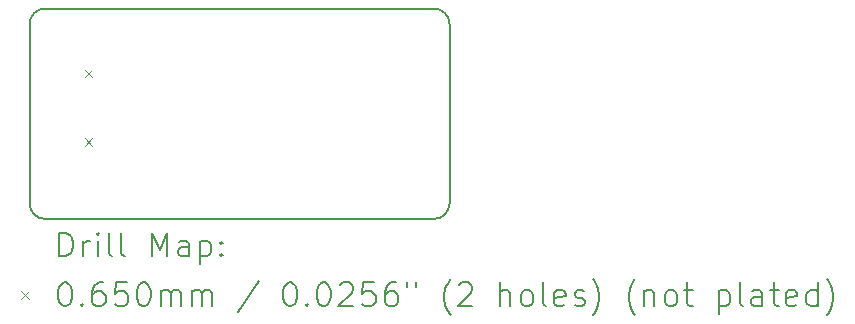
<source format=gbr>
%TF.GenerationSoftware,KiCad,Pcbnew,8.0.6*%
%TF.CreationDate,2024-11-11T10:15:46+01:00*%
%TF.ProjectId,V1,56312e6b-6963-4616-945f-706362585858,r0.1*%
%TF.SameCoordinates,Original*%
%TF.FileFunction,Drillmap*%
%TF.FilePolarity,Positive*%
%FSLAX45Y45*%
G04 Gerber Fmt 4.5, Leading zero omitted, Abs format (unit mm)*
G04 Created by KiCad (PCBNEW 8.0.6) date 2024-11-11 10:15:46*
%MOMM*%
%LPD*%
G01*
G04 APERTURE LIST*
%ADD10C,0.150000*%
%ADD11C,0.200000*%
%ADD12C,0.100000*%
G04 APERTURE END LIST*
D10*
X10130000Y-9110000D02*
X13426000Y-9110000D01*
X13556000Y-9240000D02*
X13556000Y-10760000D01*
X10000000Y-10760000D02*
X10000000Y-9240000D01*
X13426000Y-10890000D02*
X10130000Y-10890000D01*
X13556000Y-10760000D02*
G75*
G02*
X13426000Y-10890000I-130000J0D01*
G01*
X10000000Y-9240000D02*
G75*
G02*
X10130000Y-9110000I130000J0D01*
G01*
X10130000Y-10890000D02*
G75*
G02*
X10000000Y-10760000I0J130000D01*
G01*
X13426000Y-9110000D02*
G75*
G02*
X13556000Y-9240000I0J-130000D01*
G01*
D11*
D12*
X10467500Y-9628500D02*
X10532500Y-9693500D01*
X10532500Y-9628500D02*
X10467500Y-9693500D01*
X10467500Y-10206500D02*
X10532500Y-10271500D01*
X10532500Y-10206500D02*
X10467500Y-10271500D01*
D11*
X10253277Y-11208984D02*
X10253277Y-11008984D01*
X10253277Y-11008984D02*
X10300896Y-11008984D01*
X10300896Y-11008984D02*
X10329467Y-11018508D01*
X10329467Y-11018508D02*
X10348515Y-11037555D01*
X10348515Y-11037555D02*
X10358039Y-11056603D01*
X10358039Y-11056603D02*
X10367563Y-11094698D01*
X10367563Y-11094698D02*
X10367563Y-11123270D01*
X10367563Y-11123270D02*
X10358039Y-11161365D01*
X10358039Y-11161365D02*
X10348515Y-11180412D01*
X10348515Y-11180412D02*
X10329467Y-11199460D01*
X10329467Y-11199460D02*
X10300896Y-11208984D01*
X10300896Y-11208984D02*
X10253277Y-11208984D01*
X10453277Y-11208984D02*
X10453277Y-11075650D01*
X10453277Y-11113746D02*
X10462801Y-11094698D01*
X10462801Y-11094698D02*
X10472324Y-11085174D01*
X10472324Y-11085174D02*
X10491372Y-11075650D01*
X10491372Y-11075650D02*
X10510420Y-11075650D01*
X10577086Y-11208984D02*
X10577086Y-11075650D01*
X10577086Y-11008984D02*
X10567563Y-11018508D01*
X10567563Y-11018508D02*
X10577086Y-11028031D01*
X10577086Y-11028031D02*
X10586610Y-11018508D01*
X10586610Y-11018508D02*
X10577086Y-11008984D01*
X10577086Y-11008984D02*
X10577086Y-11028031D01*
X10700896Y-11208984D02*
X10681848Y-11199460D01*
X10681848Y-11199460D02*
X10672324Y-11180412D01*
X10672324Y-11180412D02*
X10672324Y-11008984D01*
X10805658Y-11208984D02*
X10786610Y-11199460D01*
X10786610Y-11199460D02*
X10777086Y-11180412D01*
X10777086Y-11180412D02*
X10777086Y-11008984D01*
X11034229Y-11208984D02*
X11034229Y-11008984D01*
X11034229Y-11008984D02*
X11100896Y-11151841D01*
X11100896Y-11151841D02*
X11167563Y-11008984D01*
X11167563Y-11008984D02*
X11167563Y-11208984D01*
X11348515Y-11208984D02*
X11348515Y-11104222D01*
X11348515Y-11104222D02*
X11338991Y-11085174D01*
X11338991Y-11085174D02*
X11319943Y-11075650D01*
X11319943Y-11075650D02*
X11281848Y-11075650D01*
X11281848Y-11075650D02*
X11262801Y-11085174D01*
X11348515Y-11199460D02*
X11329467Y-11208984D01*
X11329467Y-11208984D02*
X11281848Y-11208984D01*
X11281848Y-11208984D02*
X11262801Y-11199460D01*
X11262801Y-11199460D02*
X11253277Y-11180412D01*
X11253277Y-11180412D02*
X11253277Y-11161365D01*
X11253277Y-11161365D02*
X11262801Y-11142317D01*
X11262801Y-11142317D02*
X11281848Y-11132793D01*
X11281848Y-11132793D02*
X11329467Y-11132793D01*
X11329467Y-11132793D02*
X11348515Y-11123270D01*
X11443753Y-11075650D02*
X11443753Y-11275650D01*
X11443753Y-11085174D02*
X11462801Y-11075650D01*
X11462801Y-11075650D02*
X11500896Y-11075650D01*
X11500896Y-11075650D02*
X11519943Y-11085174D01*
X11519943Y-11085174D02*
X11529467Y-11094698D01*
X11529467Y-11094698D02*
X11538991Y-11113746D01*
X11538991Y-11113746D02*
X11538991Y-11170889D01*
X11538991Y-11170889D02*
X11529467Y-11189936D01*
X11529467Y-11189936D02*
X11519943Y-11199460D01*
X11519943Y-11199460D02*
X11500896Y-11208984D01*
X11500896Y-11208984D02*
X11462801Y-11208984D01*
X11462801Y-11208984D02*
X11443753Y-11199460D01*
X11624705Y-11189936D02*
X11634229Y-11199460D01*
X11634229Y-11199460D02*
X11624705Y-11208984D01*
X11624705Y-11208984D02*
X11615182Y-11199460D01*
X11615182Y-11199460D02*
X11624705Y-11189936D01*
X11624705Y-11189936D02*
X11624705Y-11208984D01*
X11624705Y-11085174D02*
X11634229Y-11094698D01*
X11634229Y-11094698D02*
X11624705Y-11104222D01*
X11624705Y-11104222D02*
X11615182Y-11094698D01*
X11615182Y-11094698D02*
X11624705Y-11085174D01*
X11624705Y-11085174D02*
X11624705Y-11104222D01*
D12*
X9927500Y-11505000D02*
X9992500Y-11570000D01*
X9992500Y-11505000D02*
X9927500Y-11570000D01*
D11*
X10291372Y-11428984D02*
X10310420Y-11428984D01*
X10310420Y-11428984D02*
X10329467Y-11438508D01*
X10329467Y-11438508D02*
X10338991Y-11448031D01*
X10338991Y-11448031D02*
X10348515Y-11467079D01*
X10348515Y-11467079D02*
X10358039Y-11505174D01*
X10358039Y-11505174D02*
X10358039Y-11552793D01*
X10358039Y-11552793D02*
X10348515Y-11590888D01*
X10348515Y-11590888D02*
X10338991Y-11609936D01*
X10338991Y-11609936D02*
X10329467Y-11619460D01*
X10329467Y-11619460D02*
X10310420Y-11628984D01*
X10310420Y-11628984D02*
X10291372Y-11628984D01*
X10291372Y-11628984D02*
X10272324Y-11619460D01*
X10272324Y-11619460D02*
X10262801Y-11609936D01*
X10262801Y-11609936D02*
X10253277Y-11590888D01*
X10253277Y-11590888D02*
X10243753Y-11552793D01*
X10243753Y-11552793D02*
X10243753Y-11505174D01*
X10243753Y-11505174D02*
X10253277Y-11467079D01*
X10253277Y-11467079D02*
X10262801Y-11448031D01*
X10262801Y-11448031D02*
X10272324Y-11438508D01*
X10272324Y-11438508D02*
X10291372Y-11428984D01*
X10443753Y-11609936D02*
X10453277Y-11619460D01*
X10453277Y-11619460D02*
X10443753Y-11628984D01*
X10443753Y-11628984D02*
X10434229Y-11619460D01*
X10434229Y-11619460D02*
X10443753Y-11609936D01*
X10443753Y-11609936D02*
X10443753Y-11628984D01*
X10624705Y-11428984D02*
X10586610Y-11428984D01*
X10586610Y-11428984D02*
X10567563Y-11438508D01*
X10567563Y-11438508D02*
X10558039Y-11448031D01*
X10558039Y-11448031D02*
X10538991Y-11476603D01*
X10538991Y-11476603D02*
X10529467Y-11514698D01*
X10529467Y-11514698D02*
X10529467Y-11590888D01*
X10529467Y-11590888D02*
X10538991Y-11609936D01*
X10538991Y-11609936D02*
X10548515Y-11619460D01*
X10548515Y-11619460D02*
X10567563Y-11628984D01*
X10567563Y-11628984D02*
X10605658Y-11628984D01*
X10605658Y-11628984D02*
X10624705Y-11619460D01*
X10624705Y-11619460D02*
X10634229Y-11609936D01*
X10634229Y-11609936D02*
X10643753Y-11590888D01*
X10643753Y-11590888D02*
X10643753Y-11543269D01*
X10643753Y-11543269D02*
X10634229Y-11524222D01*
X10634229Y-11524222D02*
X10624705Y-11514698D01*
X10624705Y-11514698D02*
X10605658Y-11505174D01*
X10605658Y-11505174D02*
X10567563Y-11505174D01*
X10567563Y-11505174D02*
X10548515Y-11514698D01*
X10548515Y-11514698D02*
X10538991Y-11524222D01*
X10538991Y-11524222D02*
X10529467Y-11543269D01*
X10824705Y-11428984D02*
X10729467Y-11428984D01*
X10729467Y-11428984D02*
X10719944Y-11524222D01*
X10719944Y-11524222D02*
X10729467Y-11514698D01*
X10729467Y-11514698D02*
X10748515Y-11505174D01*
X10748515Y-11505174D02*
X10796134Y-11505174D01*
X10796134Y-11505174D02*
X10815182Y-11514698D01*
X10815182Y-11514698D02*
X10824705Y-11524222D01*
X10824705Y-11524222D02*
X10834229Y-11543269D01*
X10834229Y-11543269D02*
X10834229Y-11590888D01*
X10834229Y-11590888D02*
X10824705Y-11609936D01*
X10824705Y-11609936D02*
X10815182Y-11619460D01*
X10815182Y-11619460D02*
X10796134Y-11628984D01*
X10796134Y-11628984D02*
X10748515Y-11628984D01*
X10748515Y-11628984D02*
X10729467Y-11619460D01*
X10729467Y-11619460D02*
X10719944Y-11609936D01*
X10958039Y-11428984D02*
X10977086Y-11428984D01*
X10977086Y-11428984D02*
X10996134Y-11438508D01*
X10996134Y-11438508D02*
X11005658Y-11448031D01*
X11005658Y-11448031D02*
X11015182Y-11467079D01*
X11015182Y-11467079D02*
X11024705Y-11505174D01*
X11024705Y-11505174D02*
X11024705Y-11552793D01*
X11024705Y-11552793D02*
X11015182Y-11590888D01*
X11015182Y-11590888D02*
X11005658Y-11609936D01*
X11005658Y-11609936D02*
X10996134Y-11619460D01*
X10996134Y-11619460D02*
X10977086Y-11628984D01*
X10977086Y-11628984D02*
X10958039Y-11628984D01*
X10958039Y-11628984D02*
X10938991Y-11619460D01*
X10938991Y-11619460D02*
X10929467Y-11609936D01*
X10929467Y-11609936D02*
X10919944Y-11590888D01*
X10919944Y-11590888D02*
X10910420Y-11552793D01*
X10910420Y-11552793D02*
X10910420Y-11505174D01*
X10910420Y-11505174D02*
X10919944Y-11467079D01*
X10919944Y-11467079D02*
X10929467Y-11448031D01*
X10929467Y-11448031D02*
X10938991Y-11438508D01*
X10938991Y-11438508D02*
X10958039Y-11428984D01*
X11110420Y-11628984D02*
X11110420Y-11495650D01*
X11110420Y-11514698D02*
X11119944Y-11505174D01*
X11119944Y-11505174D02*
X11138991Y-11495650D01*
X11138991Y-11495650D02*
X11167563Y-11495650D01*
X11167563Y-11495650D02*
X11186610Y-11505174D01*
X11186610Y-11505174D02*
X11196134Y-11524222D01*
X11196134Y-11524222D02*
X11196134Y-11628984D01*
X11196134Y-11524222D02*
X11205658Y-11505174D01*
X11205658Y-11505174D02*
X11224705Y-11495650D01*
X11224705Y-11495650D02*
X11253277Y-11495650D01*
X11253277Y-11495650D02*
X11272324Y-11505174D01*
X11272324Y-11505174D02*
X11281848Y-11524222D01*
X11281848Y-11524222D02*
X11281848Y-11628984D01*
X11377086Y-11628984D02*
X11377086Y-11495650D01*
X11377086Y-11514698D02*
X11386610Y-11505174D01*
X11386610Y-11505174D02*
X11405658Y-11495650D01*
X11405658Y-11495650D02*
X11434229Y-11495650D01*
X11434229Y-11495650D02*
X11453277Y-11505174D01*
X11453277Y-11505174D02*
X11462801Y-11524222D01*
X11462801Y-11524222D02*
X11462801Y-11628984D01*
X11462801Y-11524222D02*
X11472324Y-11505174D01*
X11472324Y-11505174D02*
X11491372Y-11495650D01*
X11491372Y-11495650D02*
X11519943Y-11495650D01*
X11519943Y-11495650D02*
X11538991Y-11505174D01*
X11538991Y-11505174D02*
X11548515Y-11524222D01*
X11548515Y-11524222D02*
X11548515Y-11628984D01*
X11938991Y-11419460D02*
X11767563Y-11676603D01*
X12196134Y-11428984D02*
X12215182Y-11428984D01*
X12215182Y-11428984D02*
X12234229Y-11438508D01*
X12234229Y-11438508D02*
X12243753Y-11448031D01*
X12243753Y-11448031D02*
X12253277Y-11467079D01*
X12253277Y-11467079D02*
X12262801Y-11505174D01*
X12262801Y-11505174D02*
X12262801Y-11552793D01*
X12262801Y-11552793D02*
X12253277Y-11590888D01*
X12253277Y-11590888D02*
X12243753Y-11609936D01*
X12243753Y-11609936D02*
X12234229Y-11619460D01*
X12234229Y-11619460D02*
X12215182Y-11628984D01*
X12215182Y-11628984D02*
X12196134Y-11628984D01*
X12196134Y-11628984D02*
X12177086Y-11619460D01*
X12177086Y-11619460D02*
X12167563Y-11609936D01*
X12167563Y-11609936D02*
X12158039Y-11590888D01*
X12158039Y-11590888D02*
X12148515Y-11552793D01*
X12148515Y-11552793D02*
X12148515Y-11505174D01*
X12148515Y-11505174D02*
X12158039Y-11467079D01*
X12158039Y-11467079D02*
X12167563Y-11448031D01*
X12167563Y-11448031D02*
X12177086Y-11438508D01*
X12177086Y-11438508D02*
X12196134Y-11428984D01*
X12348515Y-11609936D02*
X12358039Y-11619460D01*
X12358039Y-11619460D02*
X12348515Y-11628984D01*
X12348515Y-11628984D02*
X12338991Y-11619460D01*
X12338991Y-11619460D02*
X12348515Y-11609936D01*
X12348515Y-11609936D02*
X12348515Y-11628984D01*
X12481848Y-11428984D02*
X12500896Y-11428984D01*
X12500896Y-11428984D02*
X12519944Y-11438508D01*
X12519944Y-11438508D02*
X12529467Y-11448031D01*
X12529467Y-11448031D02*
X12538991Y-11467079D01*
X12538991Y-11467079D02*
X12548515Y-11505174D01*
X12548515Y-11505174D02*
X12548515Y-11552793D01*
X12548515Y-11552793D02*
X12538991Y-11590888D01*
X12538991Y-11590888D02*
X12529467Y-11609936D01*
X12529467Y-11609936D02*
X12519944Y-11619460D01*
X12519944Y-11619460D02*
X12500896Y-11628984D01*
X12500896Y-11628984D02*
X12481848Y-11628984D01*
X12481848Y-11628984D02*
X12462801Y-11619460D01*
X12462801Y-11619460D02*
X12453277Y-11609936D01*
X12453277Y-11609936D02*
X12443753Y-11590888D01*
X12443753Y-11590888D02*
X12434229Y-11552793D01*
X12434229Y-11552793D02*
X12434229Y-11505174D01*
X12434229Y-11505174D02*
X12443753Y-11467079D01*
X12443753Y-11467079D02*
X12453277Y-11448031D01*
X12453277Y-11448031D02*
X12462801Y-11438508D01*
X12462801Y-11438508D02*
X12481848Y-11428984D01*
X12624706Y-11448031D02*
X12634229Y-11438508D01*
X12634229Y-11438508D02*
X12653277Y-11428984D01*
X12653277Y-11428984D02*
X12700896Y-11428984D01*
X12700896Y-11428984D02*
X12719944Y-11438508D01*
X12719944Y-11438508D02*
X12729467Y-11448031D01*
X12729467Y-11448031D02*
X12738991Y-11467079D01*
X12738991Y-11467079D02*
X12738991Y-11486127D01*
X12738991Y-11486127D02*
X12729467Y-11514698D01*
X12729467Y-11514698D02*
X12615182Y-11628984D01*
X12615182Y-11628984D02*
X12738991Y-11628984D01*
X12919944Y-11428984D02*
X12824706Y-11428984D01*
X12824706Y-11428984D02*
X12815182Y-11524222D01*
X12815182Y-11524222D02*
X12824706Y-11514698D01*
X12824706Y-11514698D02*
X12843753Y-11505174D01*
X12843753Y-11505174D02*
X12891372Y-11505174D01*
X12891372Y-11505174D02*
X12910420Y-11514698D01*
X12910420Y-11514698D02*
X12919944Y-11524222D01*
X12919944Y-11524222D02*
X12929467Y-11543269D01*
X12929467Y-11543269D02*
X12929467Y-11590888D01*
X12929467Y-11590888D02*
X12919944Y-11609936D01*
X12919944Y-11609936D02*
X12910420Y-11619460D01*
X12910420Y-11619460D02*
X12891372Y-11628984D01*
X12891372Y-11628984D02*
X12843753Y-11628984D01*
X12843753Y-11628984D02*
X12824706Y-11619460D01*
X12824706Y-11619460D02*
X12815182Y-11609936D01*
X13100896Y-11428984D02*
X13062801Y-11428984D01*
X13062801Y-11428984D02*
X13043753Y-11438508D01*
X13043753Y-11438508D02*
X13034229Y-11448031D01*
X13034229Y-11448031D02*
X13015182Y-11476603D01*
X13015182Y-11476603D02*
X13005658Y-11514698D01*
X13005658Y-11514698D02*
X13005658Y-11590888D01*
X13005658Y-11590888D02*
X13015182Y-11609936D01*
X13015182Y-11609936D02*
X13024706Y-11619460D01*
X13024706Y-11619460D02*
X13043753Y-11628984D01*
X13043753Y-11628984D02*
X13081848Y-11628984D01*
X13081848Y-11628984D02*
X13100896Y-11619460D01*
X13100896Y-11619460D02*
X13110420Y-11609936D01*
X13110420Y-11609936D02*
X13119944Y-11590888D01*
X13119944Y-11590888D02*
X13119944Y-11543269D01*
X13119944Y-11543269D02*
X13110420Y-11524222D01*
X13110420Y-11524222D02*
X13100896Y-11514698D01*
X13100896Y-11514698D02*
X13081848Y-11505174D01*
X13081848Y-11505174D02*
X13043753Y-11505174D01*
X13043753Y-11505174D02*
X13024706Y-11514698D01*
X13024706Y-11514698D02*
X13015182Y-11524222D01*
X13015182Y-11524222D02*
X13005658Y-11543269D01*
X13196134Y-11428984D02*
X13196134Y-11467079D01*
X13272325Y-11428984D02*
X13272325Y-11467079D01*
X13567563Y-11705174D02*
X13558039Y-11695650D01*
X13558039Y-11695650D02*
X13538991Y-11667079D01*
X13538991Y-11667079D02*
X13529468Y-11648031D01*
X13529468Y-11648031D02*
X13519944Y-11619460D01*
X13519944Y-11619460D02*
X13510420Y-11571841D01*
X13510420Y-11571841D02*
X13510420Y-11533746D01*
X13510420Y-11533746D02*
X13519944Y-11486127D01*
X13519944Y-11486127D02*
X13529468Y-11457555D01*
X13529468Y-11457555D02*
X13538991Y-11438508D01*
X13538991Y-11438508D02*
X13558039Y-11409936D01*
X13558039Y-11409936D02*
X13567563Y-11400412D01*
X13634229Y-11448031D02*
X13643753Y-11438508D01*
X13643753Y-11438508D02*
X13662801Y-11428984D01*
X13662801Y-11428984D02*
X13710420Y-11428984D01*
X13710420Y-11428984D02*
X13729468Y-11438508D01*
X13729468Y-11438508D02*
X13738991Y-11448031D01*
X13738991Y-11448031D02*
X13748515Y-11467079D01*
X13748515Y-11467079D02*
X13748515Y-11486127D01*
X13748515Y-11486127D02*
X13738991Y-11514698D01*
X13738991Y-11514698D02*
X13624706Y-11628984D01*
X13624706Y-11628984D02*
X13748515Y-11628984D01*
X13986610Y-11628984D02*
X13986610Y-11428984D01*
X14072325Y-11628984D02*
X14072325Y-11524222D01*
X14072325Y-11524222D02*
X14062801Y-11505174D01*
X14062801Y-11505174D02*
X14043753Y-11495650D01*
X14043753Y-11495650D02*
X14015182Y-11495650D01*
X14015182Y-11495650D02*
X13996134Y-11505174D01*
X13996134Y-11505174D02*
X13986610Y-11514698D01*
X14196134Y-11628984D02*
X14177087Y-11619460D01*
X14177087Y-11619460D02*
X14167563Y-11609936D01*
X14167563Y-11609936D02*
X14158039Y-11590888D01*
X14158039Y-11590888D02*
X14158039Y-11533746D01*
X14158039Y-11533746D02*
X14167563Y-11514698D01*
X14167563Y-11514698D02*
X14177087Y-11505174D01*
X14177087Y-11505174D02*
X14196134Y-11495650D01*
X14196134Y-11495650D02*
X14224706Y-11495650D01*
X14224706Y-11495650D02*
X14243753Y-11505174D01*
X14243753Y-11505174D02*
X14253277Y-11514698D01*
X14253277Y-11514698D02*
X14262801Y-11533746D01*
X14262801Y-11533746D02*
X14262801Y-11590888D01*
X14262801Y-11590888D02*
X14253277Y-11609936D01*
X14253277Y-11609936D02*
X14243753Y-11619460D01*
X14243753Y-11619460D02*
X14224706Y-11628984D01*
X14224706Y-11628984D02*
X14196134Y-11628984D01*
X14377087Y-11628984D02*
X14358039Y-11619460D01*
X14358039Y-11619460D02*
X14348515Y-11600412D01*
X14348515Y-11600412D02*
X14348515Y-11428984D01*
X14529468Y-11619460D02*
X14510420Y-11628984D01*
X14510420Y-11628984D02*
X14472325Y-11628984D01*
X14472325Y-11628984D02*
X14453277Y-11619460D01*
X14453277Y-11619460D02*
X14443753Y-11600412D01*
X14443753Y-11600412D02*
X14443753Y-11524222D01*
X14443753Y-11524222D02*
X14453277Y-11505174D01*
X14453277Y-11505174D02*
X14472325Y-11495650D01*
X14472325Y-11495650D02*
X14510420Y-11495650D01*
X14510420Y-11495650D02*
X14529468Y-11505174D01*
X14529468Y-11505174D02*
X14538991Y-11524222D01*
X14538991Y-11524222D02*
X14538991Y-11543269D01*
X14538991Y-11543269D02*
X14443753Y-11562317D01*
X14615182Y-11619460D02*
X14634230Y-11628984D01*
X14634230Y-11628984D02*
X14672325Y-11628984D01*
X14672325Y-11628984D02*
X14691372Y-11619460D01*
X14691372Y-11619460D02*
X14700896Y-11600412D01*
X14700896Y-11600412D02*
X14700896Y-11590888D01*
X14700896Y-11590888D02*
X14691372Y-11571841D01*
X14691372Y-11571841D02*
X14672325Y-11562317D01*
X14672325Y-11562317D02*
X14643753Y-11562317D01*
X14643753Y-11562317D02*
X14624706Y-11552793D01*
X14624706Y-11552793D02*
X14615182Y-11533746D01*
X14615182Y-11533746D02*
X14615182Y-11524222D01*
X14615182Y-11524222D02*
X14624706Y-11505174D01*
X14624706Y-11505174D02*
X14643753Y-11495650D01*
X14643753Y-11495650D02*
X14672325Y-11495650D01*
X14672325Y-11495650D02*
X14691372Y-11505174D01*
X14767563Y-11705174D02*
X14777087Y-11695650D01*
X14777087Y-11695650D02*
X14796134Y-11667079D01*
X14796134Y-11667079D02*
X14805658Y-11648031D01*
X14805658Y-11648031D02*
X14815182Y-11619460D01*
X14815182Y-11619460D02*
X14824706Y-11571841D01*
X14824706Y-11571841D02*
X14824706Y-11533746D01*
X14824706Y-11533746D02*
X14815182Y-11486127D01*
X14815182Y-11486127D02*
X14805658Y-11457555D01*
X14805658Y-11457555D02*
X14796134Y-11438508D01*
X14796134Y-11438508D02*
X14777087Y-11409936D01*
X14777087Y-11409936D02*
X14767563Y-11400412D01*
X15129468Y-11705174D02*
X15119944Y-11695650D01*
X15119944Y-11695650D02*
X15100896Y-11667079D01*
X15100896Y-11667079D02*
X15091372Y-11648031D01*
X15091372Y-11648031D02*
X15081849Y-11619460D01*
X15081849Y-11619460D02*
X15072325Y-11571841D01*
X15072325Y-11571841D02*
X15072325Y-11533746D01*
X15072325Y-11533746D02*
X15081849Y-11486127D01*
X15081849Y-11486127D02*
X15091372Y-11457555D01*
X15091372Y-11457555D02*
X15100896Y-11438508D01*
X15100896Y-11438508D02*
X15119944Y-11409936D01*
X15119944Y-11409936D02*
X15129468Y-11400412D01*
X15205658Y-11495650D02*
X15205658Y-11628984D01*
X15205658Y-11514698D02*
X15215182Y-11505174D01*
X15215182Y-11505174D02*
X15234230Y-11495650D01*
X15234230Y-11495650D02*
X15262801Y-11495650D01*
X15262801Y-11495650D02*
X15281849Y-11505174D01*
X15281849Y-11505174D02*
X15291372Y-11524222D01*
X15291372Y-11524222D02*
X15291372Y-11628984D01*
X15415182Y-11628984D02*
X15396134Y-11619460D01*
X15396134Y-11619460D02*
X15386611Y-11609936D01*
X15386611Y-11609936D02*
X15377087Y-11590888D01*
X15377087Y-11590888D02*
X15377087Y-11533746D01*
X15377087Y-11533746D02*
X15386611Y-11514698D01*
X15386611Y-11514698D02*
X15396134Y-11505174D01*
X15396134Y-11505174D02*
X15415182Y-11495650D01*
X15415182Y-11495650D02*
X15443753Y-11495650D01*
X15443753Y-11495650D02*
X15462801Y-11505174D01*
X15462801Y-11505174D02*
X15472325Y-11514698D01*
X15472325Y-11514698D02*
X15481849Y-11533746D01*
X15481849Y-11533746D02*
X15481849Y-11590888D01*
X15481849Y-11590888D02*
X15472325Y-11609936D01*
X15472325Y-11609936D02*
X15462801Y-11619460D01*
X15462801Y-11619460D02*
X15443753Y-11628984D01*
X15443753Y-11628984D02*
X15415182Y-11628984D01*
X15538992Y-11495650D02*
X15615182Y-11495650D01*
X15567563Y-11428984D02*
X15567563Y-11600412D01*
X15567563Y-11600412D02*
X15577087Y-11619460D01*
X15577087Y-11619460D02*
X15596134Y-11628984D01*
X15596134Y-11628984D02*
X15615182Y-11628984D01*
X15834230Y-11495650D02*
X15834230Y-11695650D01*
X15834230Y-11505174D02*
X15853277Y-11495650D01*
X15853277Y-11495650D02*
X15891373Y-11495650D01*
X15891373Y-11495650D02*
X15910420Y-11505174D01*
X15910420Y-11505174D02*
X15919944Y-11514698D01*
X15919944Y-11514698D02*
X15929468Y-11533746D01*
X15929468Y-11533746D02*
X15929468Y-11590888D01*
X15929468Y-11590888D02*
X15919944Y-11609936D01*
X15919944Y-11609936D02*
X15910420Y-11619460D01*
X15910420Y-11619460D02*
X15891373Y-11628984D01*
X15891373Y-11628984D02*
X15853277Y-11628984D01*
X15853277Y-11628984D02*
X15834230Y-11619460D01*
X16043753Y-11628984D02*
X16024706Y-11619460D01*
X16024706Y-11619460D02*
X16015182Y-11600412D01*
X16015182Y-11600412D02*
X16015182Y-11428984D01*
X16205658Y-11628984D02*
X16205658Y-11524222D01*
X16205658Y-11524222D02*
X16196134Y-11505174D01*
X16196134Y-11505174D02*
X16177087Y-11495650D01*
X16177087Y-11495650D02*
X16138992Y-11495650D01*
X16138992Y-11495650D02*
X16119944Y-11505174D01*
X16205658Y-11619460D02*
X16186611Y-11628984D01*
X16186611Y-11628984D02*
X16138992Y-11628984D01*
X16138992Y-11628984D02*
X16119944Y-11619460D01*
X16119944Y-11619460D02*
X16110420Y-11600412D01*
X16110420Y-11600412D02*
X16110420Y-11581365D01*
X16110420Y-11581365D02*
X16119944Y-11562317D01*
X16119944Y-11562317D02*
X16138992Y-11552793D01*
X16138992Y-11552793D02*
X16186611Y-11552793D01*
X16186611Y-11552793D02*
X16205658Y-11543269D01*
X16272325Y-11495650D02*
X16348515Y-11495650D01*
X16300896Y-11428984D02*
X16300896Y-11600412D01*
X16300896Y-11600412D02*
X16310420Y-11619460D01*
X16310420Y-11619460D02*
X16329468Y-11628984D01*
X16329468Y-11628984D02*
X16348515Y-11628984D01*
X16491373Y-11619460D02*
X16472325Y-11628984D01*
X16472325Y-11628984D02*
X16434230Y-11628984D01*
X16434230Y-11628984D02*
X16415182Y-11619460D01*
X16415182Y-11619460D02*
X16405658Y-11600412D01*
X16405658Y-11600412D02*
X16405658Y-11524222D01*
X16405658Y-11524222D02*
X16415182Y-11505174D01*
X16415182Y-11505174D02*
X16434230Y-11495650D01*
X16434230Y-11495650D02*
X16472325Y-11495650D01*
X16472325Y-11495650D02*
X16491373Y-11505174D01*
X16491373Y-11505174D02*
X16500896Y-11524222D01*
X16500896Y-11524222D02*
X16500896Y-11543269D01*
X16500896Y-11543269D02*
X16405658Y-11562317D01*
X16672325Y-11628984D02*
X16672325Y-11428984D01*
X16672325Y-11619460D02*
X16653277Y-11628984D01*
X16653277Y-11628984D02*
X16615182Y-11628984D01*
X16615182Y-11628984D02*
X16596134Y-11619460D01*
X16596134Y-11619460D02*
X16586611Y-11609936D01*
X16586611Y-11609936D02*
X16577087Y-11590888D01*
X16577087Y-11590888D02*
X16577087Y-11533746D01*
X16577087Y-11533746D02*
X16586611Y-11514698D01*
X16586611Y-11514698D02*
X16596134Y-11505174D01*
X16596134Y-11505174D02*
X16615182Y-11495650D01*
X16615182Y-11495650D02*
X16653277Y-11495650D01*
X16653277Y-11495650D02*
X16672325Y-11505174D01*
X16748515Y-11705174D02*
X16758039Y-11695650D01*
X16758039Y-11695650D02*
X16777087Y-11667079D01*
X16777087Y-11667079D02*
X16786611Y-11648031D01*
X16786611Y-11648031D02*
X16796135Y-11619460D01*
X16796135Y-11619460D02*
X16805658Y-11571841D01*
X16805658Y-11571841D02*
X16805658Y-11533746D01*
X16805658Y-11533746D02*
X16796135Y-11486127D01*
X16796135Y-11486127D02*
X16786611Y-11457555D01*
X16786611Y-11457555D02*
X16777087Y-11438508D01*
X16777087Y-11438508D02*
X16758039Y-11409936D01*
X16758039Y-11409936D02*
X16748515Y-11400412D01*
M02*

</source>
